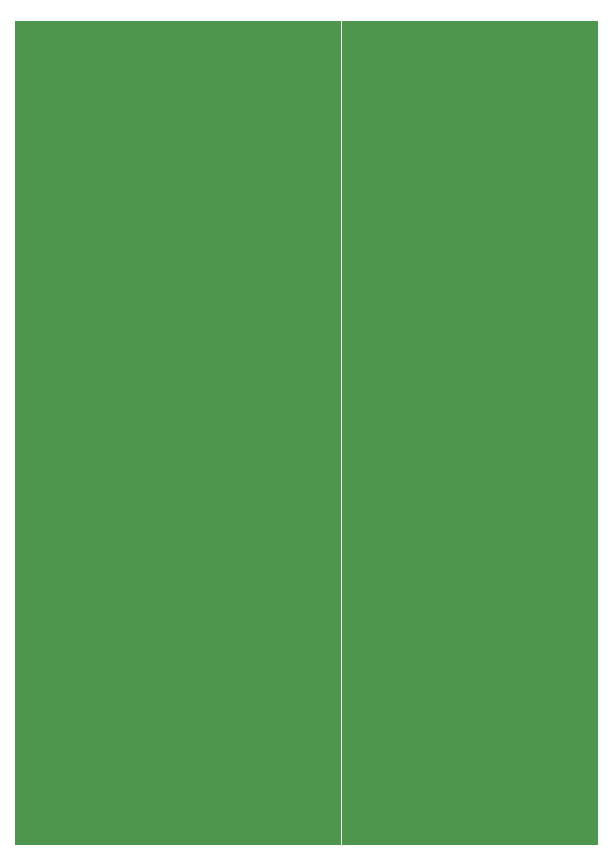
<source format=gbl>
G75*
G70*
%OFA0B0*%
%FSLAX24Y24*%
%IPPOS*%
%LPD*%
%AMOC8*
5,1,8,0,0,1.08239X$1,22.5*
%
%ADD10R,1.0900X2.7500*%
%ADD11R,0.8550X2.7500*%
%ADD12R,0.2000X0.0900*%
%ADD13C,0.0396*%
%ADD14C,0.0240*%
D10*
X015550Y018150D03*
D11*
X025275Y018150D03*
D12*
X011178Y007514D03*
X011178Y010994D03*
X011199Y016498D03*
X011199Y019978D03*
X011195Y025213D03*
X011195Y028693D03*
D13*
X017183Y023005D03*
X017213Y021435D03*
X017410Y015180D03*
X017519Y013880D03*
D14*
X017354Y015077D01*
X017410Y015180D01*
X017213Y021435D02*
X017191Y022594D01*
X017183Y023005D01*
M02*

</source>
